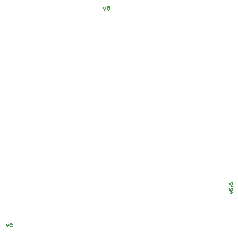
<source format=gbo>
G04 Layer: BottomSilkscreenLayer*
G04 EasyEDA Pro v2.2.46.11, 2026-02-17 18:28:56*
G04 Gerber Generator version 0.3*
G04 Scale: 100 percent, Rotated: No, Reflected: No*
G04 Dimensions in millimeters*
G04 Leading zeros omitted, absolute positions, 4 integers and 5 decimals*
G04 Generated by one-click*
%FSLAX45Y45*%
%MOMM*%
%ADD10C,0.05*%
%ADD11C,0.1041*%
G75*


G04 Text Start*
G54D10*
G01X844296Y1835150D02*
G01X858266Y1835150D01*
G01X859790Y1822450D01*
G01X858266Y1823974D01*
G01X853948Y1825244D01*
G01X849884Y1825244D01*
G01X845566Y1823974D01*
G01X842772Y1820926D01*
G01X841502Y1816862D01*
G01X841502Y1814068D01*
G01X842772Y1809750D01*
G01X845566Y1806956D01*
G01X849884Y1805686D01*
G01X853948Y1805686D01*
G01X858266Y1806956D01*
G01X859790Y1808480D01*
G01X861060Y1811274D01*
G01X829818Y1825244D02*
G01X821436Y1805686D01*
G01X812800Y1825244D02*
G01X821436Y1805686D01*
G01X1667256Y3669030D02*
G01X1681226Y3669030D01*
G01X1682750Y3656330D01*
G01X1681226Y3657854D01*
G01X1676908Y3659124D01*
G01X1672844Y3659124D01*
G01X1668526Y3657854D01*
G01X1665732Y3654806D01*
G01X1664462Y3650742D01*
G01X1664462Y3647948D01*
G01X1665732Y3643630D01*
G01X1668526Y3640836D01*
G01X1672844Y3639566D01*
G01X1676908Y3639566D01*
G01X1681226Y3640836D01*
G01X1682750Y3642360D01*
G01X1684020Y3645154D01*
G01X1652778Y3659124D02*
G01X1644396Y3639566D01*
G01X1635760Y3659124D02*
G01X1644396Y3639566D01*
G01X2698090Y2174666D02*
G01X2698090Y2159172D01*
G01X2709266Y2167554D01*
G01X2709266Y2163490D01*
G01X2710790Y2160696D01*
G01X2712314Y2159172D01*
G01X2716378Y2157902D01*
G01X2719172Y2157902D01*
G01X2723490Y2159172D01*
G01X2726284Y2161966D01*
G01X2727554Y2166284D01*
G01X2727554Y2170348D01*
G01X2726284Y2174666D01*
G01X2724760Y2176190D01*
G01X2721966Y2177460D01*
G01X2720696Y2144694D02*
G01X2721966Y2146218D01*
G01X2723490Y2144694D01*
G01X2721966Y2143424D01*
G01X2720696Y2144694D01*
G01X2698090Y2128946D02*
G01X2698090Y2113452D01*
G01X2709266Y2121834D01*
G01X2709266Y2117516D01*
G01X2710790Y2114722D01*
G01X2712314Y2113452D01*
G01X2716378Y2111928D01*
G01X2719172Y2111928D01*
G01X2723490Y2113452D01*
G01X2726284Y2116246D01*
G01X2727554Y2120310D01*
G01X2727554Y2124628D01*
G01X2726284Y2128946D01*
G01X2724760Y2130216D01*
G01X2721966Y2131740D01*
G01X2707996Y2100244D02*
G01X2727554Y2091862D01*
G01X2707996Y2083226D02*
G01X2727554Y2091862D01*
G04 Text End*

M02*


</source>
